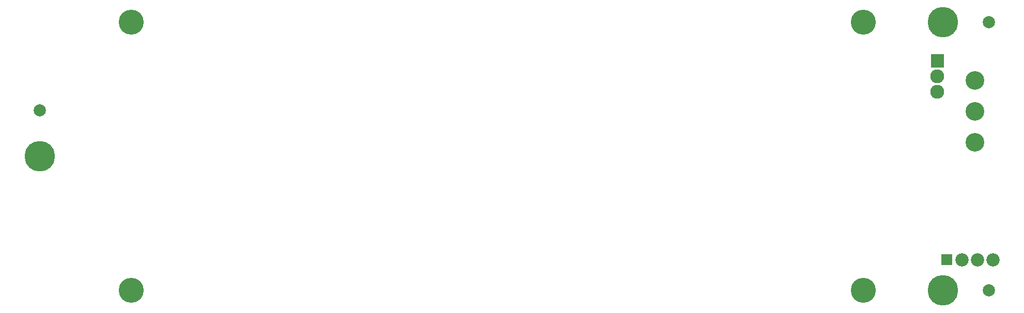
<source format=gbr>
G04 start of page 2 for group 0 idx 0 *
G04 Title: (unknown), component *
G04 Creator: pcb 20091103 *
G04 CreationDate: Wed 16 Nov 2011 10:52:43 GMT UTC *
G04 For: jeanmarc *
G04 Format: Gerber/RS-274X *
G04 PCB-Dimensions: 657480 551181 *
G04 PCB-Coordinate-Origin: lower left *
%MOIN*%
%FSLAX25Y25*%
%LNFRONT*%
%ADD11C,0.0200*%
%ADD12C,0.0860*%
%ADD13C,0.0788*%
%ADD14C,0.1968*%
%ADD15C,0.1200*%
%ADD16C,0.0900*%
%ADD17C,0.1615*%
%ADD18C,0.0382*%
%ADD19C,0.1260*%
%ADD20C,0.1575*%
G54D11*G36*
X597174Y212298D02*Y205198D01*
X604274D01*
Y212298D01*
X597174D01*
G37*
G54D12*X610724Y208748D03*
X620724D03*
X630724D03*
G54D13*X627952Y188976D03*
G54D14*X598425D03*
G54D15*X618977Y324803D03*
Y304803D03*
Y284803D03*
G54D11*G36*
X590546Y341525D02*Y333025D01*
X599046D01*
Y341525D01*
X590546D01*
G37*
G54D14*X598370Y362158D03*
G54D16*X594796Y327275D03*
Y317275D03*
G54D13*X15566Y305213D03*
G54D14*Y275686D03*
G54D13*X627897Y362158D03*
G54D17*X74716Y362213D03*
Y188984D03*
X547157Y362213D03*
Y188984D03*
G54D18*G54D19*G54D18*G54D19*G54D18*G54D19*G54D18*G54D20*M02*

</source>
